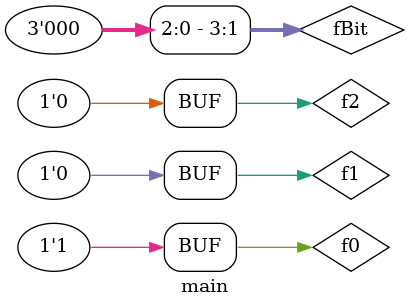
<source format=v>
module mux8to1(f2,f1,f0,fBit,s);
input f2,f1,f0,s;
output fBit;
wire f2N,f1N,f0N,w0,w1,w2,w3,w4,w5,w6,w7;
not n1(f0N,f0);
not n2(f1N,f1);
not n3(f2N,f2);
and a0(w0,f2N,f1N,f0N,s);
and a1(w1,f2N,f1N,f0,s);
and a2(w2,f2N,f1,f0N,s);
and a3(w3,f2N,f1,f0,s);
and a4(w4,f2,f1N,f0N,s);
and a5(w5,f2,f1N,f0,s);
and a6(w6,f2,f1,f0N,s);
and a7(w7,f2,f1,f0,s);
or o1(fBit,w0,w1,w2,w3,w4,w5,w6,w7);
endmodule

module mux8to1_4bit(f2,f1,f0,fBit,s);
input [3:0] s;
input f2,f1,f0;
output [3:0] fBit;
mux8to1 m1(f2,f1,f0,fBit[0],s[0]);
mux8to1 m2(f2,f1,f0,fBit[1],s[1]);
mux8to1 m3(f2,f1,f0,fBit[2],s[2]);
mux8to1 m4(f2,f1,f0,fBit[3],s[3]);
endmodule

module main;
reg f2,f1,f0;
reg [3:0] s;
wire [3:0] fBit;
mux8to1 m1(f2,f1,f0,fBit);
  initial 
    begin
    $monitor("f2=%d f1=%d f0=%d fBit=%d", f2,f1,f0,fBit);
    f2=1;f1=0;f0=0;
    #1
    f2=0;f1=0;f0=1;
    end
endmodule

</source>
